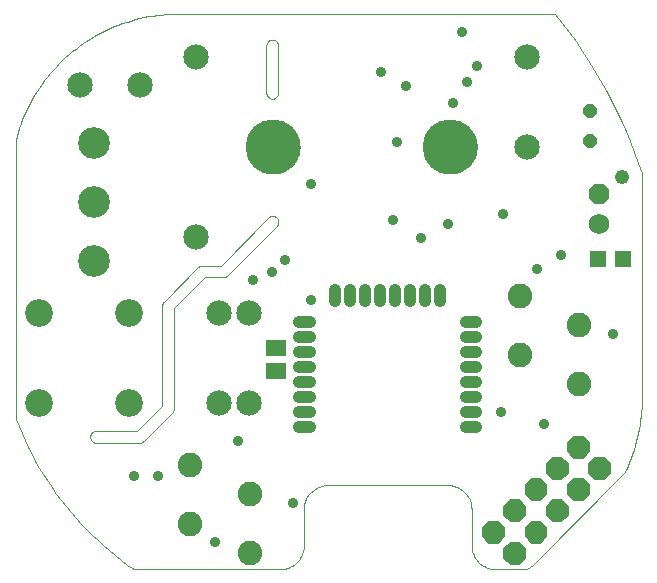
<source format=gts>
G75*
%MOIN*%
%OFA0B0*%
%FSLAX24Y24*%
%IPPOS*%
%LPD*%
%AMOC8*
5,1,8,0,0,1.08239X$1,22.5*
%
%ADD10C,0.0000*%
%ADD11C,0.0413*%
%ADD12C,0.0925*%
%ADD13C,0.0846*%
%ADD14C,0.1059*%
%ADD15C,0.0819*%
%ADD16OC8,0.0689*%
%ADD17C,0.0689*%
%ADD18C,0.0150*%
%ADD19R,0.0650X0.0571*%
%ADD20C,0.1831*%
%ADD21OC8,0.0458*%
%ADD22R,0.0531X0.0531*%
%ADD23C,0.0343*%
%ADD24C,0.0484*%
D10*
X004154Y000307D02*
X009036Y000307D01*
X009090Y000309D01*
X009143Y000314D01*
X009196Y000323D01*
X009248Y000336D01*
X009300Y000352D01*
X009350Y000372D01*
X009398Y000395D01*
X009445Y000422D01*
X009490Y000451D01*
X009533Y000484D01*
X009573Y000519D01*
X009611Y000557D01*
X009646Y000597D01*
X009679Y000640D01*
X009708Y000685D01*
X009735Y000732D01*
X009758Y000780D01*
X009778Y000830D01*
X009794Y000882D01*
X009807Y000934D01*
X009816Y000987D01*
X009821Y001040D01*
X009823Y001094D01*
X009823Y002316D01*
X009825Y002370D01*
X009830Y002423D01*
X009839Y002476D01*
X009852Y002528D01*
X009868Y002580D01*
X009888Y002630D01*
X009911Y002678D01*
X009938Y002725D01*
X009967Y002770D01*
X010000Y002813D01*
X010035Y002853D01*
X010073Y002891D01*
X010113Y002926D01*
X010156Y002959D01*
X010201Y002988D01*
X010248Y003015D01*
X010296Y003038D01*
X010346Y003058D01*
X010398Y003074D01*
X010450Y003087D01*
X010503Y003096D01*
X010556Y003101D01*
X010610Y003103D01*
X010610Y003104D02*
X014626Y003104D01*
X014626Y003103D02*
X014680Y003101D01*
X014733Y003096D01*
X014786Y003087D01*
X014838Y003074D01*
X014890Y003058D01*
X014940Y003038D01*
X014988Y003015D01*
X015035Y002988D01*
X015080Y002959D01*
X015123Y002926D01*
X015163Y002891D01*
X015201Y002853D01*
X015236Y002813D01*
X015269Y002770D01*
X015298Y002725D01*
X015325Y002678D01*
X015348Y002630D01*
X015368Y002580D01*
X015384Y002528D01*
X015397Y002476D01*
X015406Y002423D01*
X015411Y002370D01*
X015413Y002316D01*
X015414Y002316D02*
X015414Y001094D01*
X015416Y001040D01*
X015421Y000987D01*
X015430Y000934D01*
X015443Y000882D01*
X015459Y000830D01*
X015479Y000780D01*
X015502Y000732D01*
X015529Y000685D01*
X015558Y000640D01*
X015591Y000597D01*
X015626Y000557D01*
X015664Y000519D01*
X015704Y000484D01*
X015747Y000451D01*
X015792Y000422D01*
X015839Y000395D01*
X015887Y000372D01*
X015937Y000352D01*
X015989Y000336D01*
X016041Y000323D01*
X016094Y000314D01*
X016147Y000309D01*
X016201Y000307D01*
X017140Y000307D01*
X017419Y000422D02*
X020492Y003496D01*
X021083Y005701D02*
X021083Y013496D01*
X018189Y018811D02*
X005374Y018811D01*
X008573Y017759D02*
X008573Y016184D01*
X008572Y016184D02*
X008574Y016158D01*
X008579Y016133D01*
X008587Y016109D01*
X008598Y016085D01*
X008613Y016064D01*
X008630Y016045D01*
X008649Y016028D01*
X008671Y016013D01*
X008694Y016002D01*
X008718Y015994D01*
X008743Y015989D01*
X008769Y015987D01*
X008795Y015989D01*
X008820Y015994D01*
X008844Y016002D01*
X008868Y016013D01*
X008889Y016028D01*
X008908Y016045D01*
X008925Y016064D01*
X008940Y016086D01*
X008951Y016109D01*
X008959Y016133D01*
X008964Y016158D01*
X008966Y016184D01*
X008966Y017759D01*
X008769Y017956D02*
X008743Y017954D01*
X008718Y017949D01*
X008694Y017941D01*
X008671Y017930D01*
X008649Y017915D01*
X008630Y017898D01*
X008613Y017879D01*
X008598Y017858D01*
X008587Y017834D01*
X008579Y017810D01*
X008574Y017785D01*
X008572Y017759D01*
X008769Y017956D02*
X008795Y017954D01*
X008820Y017949D01*
X008844Y017941D01*
X008868Y017930D01*
X008889Y017915D01*
X008908Y017898D01*
X008925Y017879D01*
X008940Y017857D01*
X008951Y017834D01*
X008959Y017810D01*
X008964Y017785D01*
X008966Y017759D01*
X007908Y014382D02*
X007910Y014441D01*
X007916Y014500D01*
X007926Y014558D01*
X007939Y014616D01*
X007957Y014673D01*
X007978Y014728D01*
X008003Y014782D01*
X008032Y014834D01*
X008064Y014883D01*
X008099Y014931D01*
X008137Y014976D01*
X008178Y015019D01*
X008222Y015059D01*
X008268Y015095D01*
X008317Y015129D01*
X008368Y015159D01*
X008421Y015186D01*
X008476Y015209D01*
X008531Y015228D01*
X008589Y015244D01*
X008647Y015256D01*
X008705Y015264D01*
X008764Y015268D01*
X008824Y015268D01*
X008883Y015264D01*
X008941Y015256D01*
X008999Y015244D01*
X009057Y015228D01*
X009112Y015209D01*
X009167Y015186D01*
X009220Y015159D01*
X009271Y015129D01*
X009320Y015095D01*
X009366Y015059D01*
X009410Y015019D01*
X009451Y014976D01*
X009489Y014931D01*
X009524Y014883D01*
X009556Y014834D01*
X009585Y014782D01*
X009610Y014728D01*
X009631Y014673D01*
X009649Y014616D01*
X009662Y014558D01*
X009672Y014500D01*
X009678Y014441D01*
X009680Y014382D01*
X009678Y014323D01*
X009672Y014264D01*
X009662Y014206D01*
X009649Y014148D01*
X009631Y014091D01*
X009610Y014036D01*
X009585Y013982D01*
X009556Y013930D01*
X009524Y013881D01*
X009489Y013833D01*
X009451Y013788D01*
X009410Y013745D01*
X009366Y013705D01*
X009320Y013669D01*
X009271Y013635D01*
X009220Y013605D01*
X009167Y013578D01*
X009112Y013555D01*
X009057Y013536D01*
X008999Y013520D01*
X008941Y013508D01*
X008883Y013500D01*
X008824Y013496D01*
X008764Y013496D01*
X008705Y013500D01*
X008647Y013508D01*
X008589Y013520D01*
X008531Y013536D01*
X008476Y013555D01*
X008421Y013578D01*
X008368Y013605D01*
X008317Y013635D01*
X008268Y013669D01*
X008222Y013705D01*
X008178Y013745D01*
X008137Y013788D01*
X008099Y013833D01*
X008064Y013881D01*
X008032Y013930D01*
X008003Y013982D01*
X007978Y014036D01*
X007957Y014091D01*
X007939Y014148D01*
X007926Y014206D01*
X007916Y014264D01*
X007910Y014323D01*
X007908Y014382D01*
X005375Y018812D02*
X005226Y018803D01*
X005078Y018791D01*
X004930Y018774D01*
X004783Y018754D01*
X004636Y018730D01*
X004490Y018702D01*
X004345Y018669D01*
X004201Y018634D01*
X004057Y018594D01*
X003915Y018550D01*
X003774Y018503D01*
X003634Y018452D01*
X003496Y018397D01*
X003359Y018338D01*
X003224Y018276D01*
X003091Y018210D01*
X002959Y018141D01*
X002830Y018068D01*
X002702Y017992D01*
X002576Y017913D01*
X002453Y017830D01*
X002332Y017743D01*
X002213Y017654D01*
X002096Y017562D01*
X001982Y017466D01*
X001871Y017367D01*
X001762Y017266D01*
X001657Y017161D01*
X001554Y017054D01*
X001453Y016944D01*
X001356Y016832D01*
X001262Y016717D01*
X001171Y016599D01*
X001083Y016479D01*
X000998Y016357D01*
X000917Y016232D01*
X000839Y016106D01*
X000765Y015977D01*
X000693Y015846D01*
X000626Y015714D01*
X000562Y015580D01*
X000501Y015444D01*
X000445Y015306D01*
X000392Y015167D01*
X000342Y015027D01*
X000297Y014885D01*
X000255Y014743D01*
X000217Y014599D01*
X000217Y014598D02*
X000217Y005307D01*
X002894Y004913D02*
X004272Y004913D01*
X005099Y005740D01*
X005099Y009084D01*
X005156Y009223D02*
X006301Y010368D01*
X006440Y010425D02*
X007046Y010425D01*
X008644Y012023D01*
X008778Y012079D02*
X008803Y012077D01*
X008827Y012073D01*
X008851Y012065D01*
X008873Y012054D01*
X008894Y012040D01*
X008912Y012023D01*
X008913Y012023D02*
X008919Y012016D01*
X008936Y011998D01*
X008950Y011977D01*
X008961Y011955D01*
X008969Y011931D01*
X008973Y011907D01*
X008975Y011882D01*
X008919Y011747D02*
X007261Y010089D01*
X007122Y010031D02*
X006516Y010031D01*
X005492Y009008D01*
X005492Y005664D01*
X005435Y005525D02*
X004487Y004577D01*
X004348Y004520D02*
X002894Y004520D01*
X002868Y004522D01*
X002843Y004527D01*
X002819Y004535D01*
X002795Y004546D01*
X002774Y004561D01*
X002755Y004578D01*
X002738Y004597D01*
X002723Y004619D01*
X002712Y004642D01*
X002704Y004666D01*
X002699Y004691D01*
X002697Y004717D01*
X002699Y004743D01*
X002704Y004768D01*
X002712Y004792D01*
X002723Y004816D01*
X002738Y004837D01*
X002755Y004856D01*
X002774Y004873D01*
X002796Y004888D01*
X002819Y004899D01*
X002843Y004907D01*
X002868Y004912D01*
X002894Y004914D01*
X004348Y004520D02*
X004374Y004522D01*
X004399Y004527D01*
X004423Y004535D01*
X004447Y004546D01*
X004468Y004561D01*
X004487Y004578D01*
X005434Y005525D02*
X005451Y005544D01*
X005466Y005565D01*
X005477Y005589D01*
X005485Y005613D01*
X005490Y005638D01*
X005492Y005664D01*
X021083Y013496D02*
X020963Y013857D01*
X020834Y014215D01*
X020697Y014570D01*
X020552Y014922D01*
X020398Y015270D01*
X020236Y015614D01*
X020066Y015955D01*
X019888Y016291D01*
X019702Y016623D01*
X019509Y016951D01*
X019307Y017273D01*
X019098Y017591D01*
X018882Y017904D01*
X018658Y018212D01*
X018427Y018515D01*
X018189Y018811D01*
X013813Y014382D02*
X013815Y014441D01*
X013821Y014500D01*
X013831Y014558D01*
X013844Y014616D01*
X013862Y014673D01*
X013883Y014728D01*
X013908Y014782D01*
X013937Y014834D01*
X013969Y014883D01*
X014004Y014931D01*
X014042Y014976D01*
X014083Y015019D01*
X014127Y015059D01*
X014173Y015095D01*
X014222Y015129D01*
X014273Y015159D01*
X014326Y015186D01*
X014381Y015209D01*
X014436Y015228D01*
X014494Y015244D01*
X014552Y015256D01*
X014610Y015264D01*
X014669Y015268D01*
X014729Y015268D01*
X014788Y015264D01*
X014846Y015256D01*
X014904Y015244D01*
X014962Y015228D01*
X015017Y015209D01*
X015072Y015186D01*
X015125Y015159D01*
X015176Y015129D01*
X015225Y015095D01*
X015271Y015059D01*
X015315Y015019D01*
X015356Y014976D01*
X015394Y014931D01*
X015429Y014883D01*
X015461Y014834D01*
X015490Y014782D01*
X015515Y014728D01*
X015536Y014673D01*
X015554Y014616D01*
X015567Y014558D01*
X015577Y014500D01*
X015583Y014441D01*
X015585Y014382D01*
X015583Y014323D01*
X015577Y014264D01*
X015567Y014206D01*
X015554Y014148D01*
X015536Y014091D01*
X015515Y014036D01*
X015490Y013982D01*
X015461Y013930D01*
X015429Y013881D01*
X015394Y013833D01*
X015356Y013788D01*
X015315Y013745D01*
X015271Y013705D01*
X015225Y013669D01*
X015176Y013635D01*
X015125Y013605D01*
X015072Y013578D01*
X015017Y013555D01*
X014962Y013536D01*
X014904Y013520D01*
X014846Y013508D01*
X014788Y013500D01*
X014729Y013496D01*
X014669Y013496D01*
X014610Y013500D01*
X014552Y013508D01*
X014494Y013520D01*
X014436Y013536D01*
X014381Y013555D01*
X014326Y013578D01*
X014273Y013605D01*
X014222Y013635D01*
X014173Y013669D01*
X014127Y013705D01*
X014083Y013745D01*
X014042Y013788D01*
X014004Y013833D01*
X013969Y013881D01*
X013937Y013930D01*
X013908Y013982D01*
X013883Y014036D01*
X013862Y014091D01*
X013844Y014148D01*
X013831Y014206D01*
X013821Y014264D01*
X013815Y014323D01*
X013813Y014382D01*
X008975Y011882D02*
X008973Y011857D01*
X008969Y011833D01*
X008961Y011809D01*
X008950Y011787D01*
X008936Y011766D01*
X008919Y011748D01*
X008778Y012079D02*
X008753Y012077D01*
X008729Y012073D01*
X008705Y012065D01*
X008683Y012054D01*
X008662Y012040D01*
X008644Y012023D01*
X007261Y010089D02*
X007242Y010072D01*
X007221Y010057D01*
X007197Y010046D01*
X007173Y010038D01*
X007148Y010033D01*
X007122Y010031D01*
X006440Y010425D02*
X006414Y010423D01*
X006389Y010418D01*
X006365Y010410D01*
X006341Y010399D01*
X006320Y010384D01*
X006301Y010367D01*
X005156Y009223D02*
X005139Y009204D01*
X005124Y009183D01*
X005113Y009159D01*
X005105Y009135D01*
X005100Y009110D01*
X005098Y009084D01*
X000217Y005307D02*
X000313Y005067D01*
X000415Y004830D01*
X000522Y004595D01*
X000635Y004362D01*
X000754Y004133D01*
X000878Y003906D01*
X001007Y003682D01*
X001141Y003462D01*
X001281Y003245D01*
X001426Y003031D01*
X001576Y002820D01*
X001731Y002614D01*
X001891Y002411D01*
X002056Y002212D01*
X002225Y002016D01*
X002399Y001825D01*
X002577Y001639D01*
X002760Y001456D01*
X002947Y001278D01*
X003138Y001104D01*
X003334Y000935D01*
X003533Y000771D01*
X003736Y000611D01*
X003943Y000457D01*
X004154Y000307D01*
X020492Y003496D02*
X020554Y003625D01*
X020614Y003756D01*
X020670Y003888D01*
X020723Y004022D01*
X020772Y004157D01*
X020818Y004293D01*
X020860Y004430D01*
X020899Y004569D01*
X020935Y004708D01*
X020967Y004848D01*
X020995Y004989D01*
X021020Y005130D01*
X021041Y005272D01*
X021058Y005415D01*
X021072Y005558D01*
X021082Y005701D01*
X017419Y000422D02*
X017390Y000396D01*
X017359Y000373D01*
X017326Y000354D01*
X017291Y000337D01*
X017254Y000324D01*
X017217Y000315D01*
X017179Y000309D01*
X017140Y000307D01*
D11*
X015577Y005039D02*
X015223Y005039D01*
X015223Y005539D02*
X015577Y005539D01*
X015577Y006039D02*
X015223Y006039D01*
X015223Y006539D02*
X015577Y006539D01*
X015577Y007039D02*
X015223Y007039D01*
X015223Y007539D02*
X015577Y007539D01*
X015577Y008039D02*
X015223Y008039D01*
X015223Y008539D02*
X015577Y008539D01*
X014368Y009252D02*
X014368Y009606D01*
X013868Y009606D02*
X013868Y009252D01*
X013368Y009252D02*
X013368Y009606D01*
X012868Y009606D02*
X012868Y009252D01*
X012368Y009252D02*
X012368Y009606D01*
X011868Y009606D02*
X011868Y009252D01*
X011368Y009252D02*
X011368Y009606D01*
X010868Y009606D02*
X010868Y009252D01*
X010014Y008539D02*
X009660Y008539D01*
X009660Y008039D02*
X010014Y008039D01*
X010014Y007539D02*
X009660Y007539D01*
X009660Y007039D02*
X010014Y007039D01*
X010014Y006539D02*
X009660Y006539D01*
X009660Y006039D02*
X010014Y006039D01*
X010014Y005539D02*
X009660Y005539D01*
X009660Y005039D02*
X010014Y005039D01*
D12*
X004008Y005830D03*
X001008Y005830D03*
X001008Y008830D03*
X004008Y008830D03*
D13*
X006235Y011390D03*
X007008Y008830D03*
X008008Y008830D03*
X008008Y005830D03*
X007008Y005830D03*
X017258Y014382D03*
X017258Y017374D03*
X006235Y017374D03*
X004366Y016448D03*
X002366Y016448D03*
D14*
X002815Y014515D03*
X002815Y012546D03*
X002815Y010578D03*
D15*
X006043Y003791D03*
X008012Y002807D03*
X006043Y001823D03*
X008012Y000839D03*
X017032Y007453D03*
X017032Y009421D03*
X019001Y008437D03*
X019001Y006468D03*
D16*
X019672Y012815D03*
D17*
X019672Y011815D03*
D18*
X018738Y004336D02*
X018663Y004261D01*
X018663Y004509D01*
X018837Y004683D01*
X019085Y004683D01*
X019259Y004509D01*
X019259Y004261D01*
X019085Y004087D01*
X018837Y004087D01*
X018663Y004261D01*
X018775Y004308D01*
X018775Y004462D01*
X018884Y004571D01*
X019038Y004571D01*
X019147Y004462D01*
X019147Y004308D01*
X019038Y004199D01*
X018884Y004199D01*
X018775Y004308D01*
X018887Y004354D01*
X018887Y004416D01*
X018930Y004459D01*
X018992Y004459D01*
X019035Y004416D01*
X019035Y004354D01*
X018992Y004311D01*
X018930Y004311D01*
X018887Y004354D01*
X018031Y003629D02*
X017956Y003554D01*
X017956Y003802D01*
X018130Y003976D01*
X018378Y003976D01*
X018552Y003802D01*
X018552Y003554D01*
X018378Y003380D01*
X018130Y003380D01*
X017956Y003554D01*
X018068Y003601D01*
X018068Y003755D01*
X018177Y003864D01*
X018331Y003864D01*
X018440Y003755D01*
X018440Y003601D01*
X018331Y003492D01*
X018177Y003492D01*
X018068Y003601D01*
X018180Y003647D01*
X018180Y003709D01*
X018223Y003752D01*
X018285Y003752D01*
X018328Y003709D01*
X018328Y003647D01*
X018285Y003604D01*
X018223Y003604D01*
X018180Y003647D01*
X017324Y002922D02*
X017249Y002847D01*
X017249Y003095D01*
X017423Y003269D01*
X017671Y003269D01*
X017845Y003095D01*
X017845Y002847D01*
X017671Y002673D01*
X017423Y002673D01*
X017249Y002847D01*
X017361Y002894D01*
X017361Y003048D01*
X017470Y003157D01*
X017624Y003157D01*
X017733Y003048D01*
X017733Y002894D01*
X017624Y002785D01*
X017470Y002785D01*
X017361Y002894D01*
X017473Y002940D01*
X017473Y003002D01*
X017516Y003045D01*
X017578Y003045D01*
X017621Y003002D01*
X017621Y002940D01*
X017578Y002897D01*
X017516Y002897D01*
X017473Y002940D01*
X016617Y002215D02*
X016542Y002140D01*
X016542Y002388D01*
X016716Y002562D01*
X016964Y002562D01*
X017138Y002388D01*
X017138Y002140D01*
X016964Y001966D01*
X016716Y001966D01*
X016542Y002140D01*
X016654Y002187D01*
X016654Y002341D01*
X016763Y002450D01*
X016917Y002450D01*
X017026Y002341D01*
X017026Y002187D01*
X016917Y002078D01*
X016763Y002078D01*
X016654Y002187D01*
X016766Y002233D01*
X016766Y002295D01*
X016809Y002338D01*
X016871Y002338D01*
X016914Y002295D01*
X016914Y002233D01*
X016871Y002190D01*
X016809Y002190D01*
X016766Y002233D01*
X015910Y001508D02*
X015835Y001433D01*
X015835Y001681D01*
X016009Y001855D01*
X016257Y001855D01*
X016431Y001681D01*
X016431Y001433D01*
X016257Y001259D01*
X016009Y001259D01*
X015835Y001433D01*
X015947Y001480D01*
X015947Y001634D01*
X016056Y001743D01*
X016210Y001743D01*
X016319Y001634D01*
X016319Y001480D01*
X016210Y001371D01*
X016056Y001371D01*
X015947Y001480D01*
X016059Y001526D01*
X016059Y001588D01*
X016102Y001631D01*
X016164Y001631D01*
X016207Y001588D01*
X016207Y001526D01*
X016164Y001483D01*
X016102Y001483D01*
X016059Y001526D01*
X016617Y000801D02*
X016542Y000726D01*
X016542Y000974D01*
X016716Y001148D01*
X016964Y001148D01*
X017138Y000974D01*
X017138Y000726D01*
X016964Y000552D01*
X016716Y000552D01*
X016542Y000726D01*
X016654Y000773D01*
X016654Y000927D01*
X016763Y001036D01*
X016917Y001036D01*
X017026Y000927D01*
X017026Y000773D01*
X016917Y000664D01*
X016763Y000664D01*
X016654Y000773D01*
X016766Y000819D01*
X016766Y000881D01*
X016809Y000924D01*
X016871Y000924D01*
X016914Y000881D01*
X016914Y000819D01*
X016871Y000776D01*
X016809Y000776D01*
X016766Y000819D01*
X017324Y001508D02*
X017249Y001433D01*
X017249Y001681D01*
X017423Y001855D01*
X017671Y001855D01*
X017845Y001681D01*
X017845Y001433D01*
X017671Y001259D01*
X017423Y001259D01*
X017249Y001433D01*
X017361Y001480D01*
X017361Y001634D01*
X017470Y001743D01*
X017624Y001743D01*
X017733Y001634D01*
X017733Y001480D01*
X017624Y001371D01*
X017470Y001371D01*
X017361Y001480D01*
X017473Y001526D01*
X017473Y001588D01*
X017516Y001631D01*
X017578Y001631D01*
X017621Y001588D01*
X017621Y001526D01*
X017578Y001483D01*
X017516Y001483D01*
X017473Y001526D01*
X018031Y002215D02*
X017956Y002140D01*
X017956Y002388D01*
X018130Y002562D01*
X018378Y002562D01*
X018552Y002388D01*
X018552Y002140D01*
X018378Y001966D01*
X018130Y001966D01*
X017956Y002140D01*
X018068Y002187D01*
X018068Y002341D01*
X018177Y002450D01*
X018331Y002450D01*
X018440Y002341D01*
X018440Y002187D01*
X018331Y002078D01*
X018177Y002078D01*
X018068Y002187D01*
X018180Y002233D01*
X018180Y002295D01*
X018223Y002338D01*
X018285Y002338D01*
X018328Y002295D01*
X018328Y002233D01*
X018285Y002190D01*
X018223Y002190D01*
X018180Y002233D01*
X018738Y002922D02*
X018663Y002847D01*
X018663Y003095D01*
X018837Y003269D01*
X019085Y003269D01*
X019259Y003095D01*
X019259Y002847D01*
X019085Y002673D01*
X018837Y002673D01*
X018663Y002847D01*
X018775Y002894D01*
X018775Y003048D01*
X018884Y003157D01*
X019038Y003157D01*
X019147Y003048D01*
X019147Y002894D01*
X019038Y002785D01*
X018884Y002785D01*
X018775Y002894D01*
X018887Y002940D01*
X018887Y003002D01*
X018930Y003045D01*
X018992Y003045D01*
X019035Y003002D01*
X019035Y002940D01*
X018992Y002897D01*
X018930Y002897D01*
X018887Y002940D01*
X019445Y003629D02*
X019370Y003554D01*
X019370Y003802D01*
X019544Y003976D01*
X019792Y003976D01*
X019966Y003802D01*
X019966Y003554D01*
X019792Y003380D01*
X019544Y003380D01*
X019370Y003554D01*
X019482Y003601D01*
X019482Y003755D01*
X019591Y003864D01*
X019745Y003864D01*
X019854Y003755D01*
X019854Y003601D01*
X019745Y003492D01*
X019591Y003492D01*
X019482Y003601D01*
X019594Y003647D01*
X019594Y003709D01*
X019637Y003752D01*
X019699Y003752D01*
X019742Y003709D01*
X019742Y003647D01*
X019699Y003604D01*
X019637Y003604D01*
X019594Y003647D01*
D19*
X008896Y006924D03*
X008896Y007672D03*
D20*
X008794Y014382D03*
X014699Y014382D03*
D21*
X019351Y014571D03*
X019351Y015571D03*
D22*
X019625Y010638D03*
X020451Y010638D03*
D23*
X018380Y010793D03*
X017579Y010307D03*
X016477Y012157D03*
X014626Y011803D03*
X013738Y011348D03*
X012781Y011956D03*
X010065Y013137D03*
X012933Y014559D03*
X014787Y015855D03*
X015256Y016528D03*
X015610Y017079D03*
X015099Y018220D03*
X013217Y016407D03*
X012382Y016882D03*
X009193Y010623D03*
X008764Y010200D03*
X008130Y009953D03*
X010059Y009283D03*
X007637Y004587D03*
X009450Y002513D03*
X006861Y001213D03*
X004962Y003408D03*
X004150Y003413D03*
X016400Y005539D03*
X017816Y005146D03*
X020124Y008145D03*
D24*
X020433Y013378D03*
M02*

</source>
